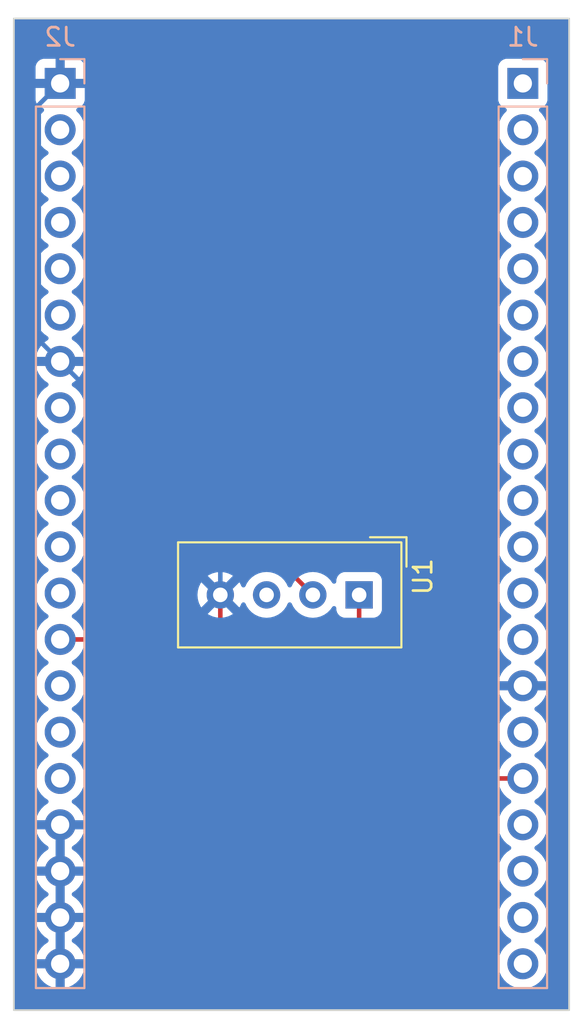
<source format=kicad_pcb>
(kicad_pcb (version 20221018) (generator pcbnew)
  (layers (0 "F.Cu" signal) (31 "B.Cu" signal) (34 "B.Paste" user) (35 "F.Paste" user) (36 "B.SilkS" user "B.Silkscreen") (37 "F.SilkS" user "F.Silkscreen") (38 "B.Mask" user) (39 "F.Mask" user) (44 "Edge.Cuts" user))
  (net 0 "")
  (net 15 "Net-(U1-VCC)")
  (net 30 "Net-(J2-GPIO4)")
  (net 35 "GND")
  (footprint "Sensor:Aosong_DHT11_5.5x12.0_P2.54mm" (layer "F.Cu") (at 143.4125 76.2975 -90)
    (fp_text reference "U1" (at -1 -3.5 90) (layer "F.SilkS"))
    (fp_text value "DHT11")
    (fp_line (start -3.16 -2.6) (end -3.16 -0.6) (stroke (width 0.12)) (layer "F.SilkS"))
    (fp_line (start -3.16 -2.6) (end -1.55 -2.6) (stroke (width 0.12)) (layer "F.SilkS"))
    (fp_line (start -2.88 9.94) (end -2.88 -2.31) (stroke (width 0.12)) (layer "F.SilkS"))
    (fp_line (start -2.87 -2.32) (end 2.87 -2.32) (stroke (width 0.12)) (layer "F.SilkS"))
    (fp_line (start 2.88 -2.32) (end 2.88 9.94) (stroke (width 0.12)) (layer "F.SilkS"))
    (fp_line (start 2.88 9.94) (end -2.88 9.94) (stroke (width 0.12)) (layer "F.SilkS"))
    (pad "1" thru_hole rect (at 0 0 270) (size 1.5 1.5) (drill 0.8) (layers "*.Cu" "*.Mask") (net 15 "Net-(U1-VCC)"))
    (pad "2" thru_hole circle (at 0 2.54 270) (size 1.5 1.5) (drill 0.8) (layers "*.Cu" "*.Mask") (net 30 "Net-(J2-GPIO4)"))
    (pad "3" thru_hole circle (at 0 5.08 270) (size 1.5 1.5) (drill 0.8) (layers "*.Cu" "*.Mask"))
    (pad "4" thru_hole circle (at 0 7.62 270) (size 1.5 1.5) (drill 0.8) (layers "*.Cu" "*.Mask") (net 35 "GND"))
  )
  (footprint "Connector_PinHeader_2.54mm:PinHeader_1x20_P2.54mm_Vertical" (layer "B.Cu") (at 152.4 48.26 180)
    (fp_text reference "J1" (at 0 2.54) (layer "B.SilkS") (effects (justify mirror)))
    (fp_text value "Left Header" hide)
    (fp_line (start -1.33 -49.59) (end 1.33 -49.59) (stroke (width 0.12)) (layer "B.SilkS"))
    (fp_line (start -1.33 -1.27) (end -1.33 -49.59) (stroke (width 0.12)) (layer "B.SilkS"))
    (fp_line (start -1.33 -1.27) (end 1.33 -1.27) (stroke (width 0.12)) (layer "B.SilkS"))
    (fp_line (start -1.33 0) (end -1.33 1.33) (stroke (width 0.12)) (layer "B.SilkS"))
    (fp_line (start -1.33 1.33) (end 0 1.33) (stroke (width 0.12)) (layer "B.SilkS"))
    (fp_line (start 1.33 -1.27) (end 1.33 -49.59) (stroke (width 0.12)) (layer "B.SilkS"))
    (pad "1" thru_hole rect (at 0 0 180) (size 1.7 1.7) (drill 1) (layers "*.Cu" "*.Mask"))
    (pad "2" thru_hole oval (at 0 -2.54 180) (size 1.7 1.7) (drill 1) (layers "*.Cu" "*.Mask"))
    (pad "3" thru_hole oval (at 0 -5.08 180) (size 1.7 1.7) (drill 1) (layers "*.Cu" "*.Mask"))
    (pad "4" thru_hole oval (at 0 -7.62 180) (size 1.7 1.7) (drill 1) (layers "*.Cu" "*.Mask"))
    (pad "5" thru_hole oval (at 0 -10.16 180) (size 1.7 1.7) (drill 1) (layers "*.Cu" "*.Mask"))
    (pad "6" thru_hole oval (at 0 -12.7 180) (size 1.7 1.7) (drill 1) (layers "*.Cu" "*.Mask"))
    (pad "7" thru_hole oval (at 0 -15.24 180) (size 1.7 1.7) (drill 1) (layers "*.Cu" "*.Mask"))
    (pad "8" thru_hole oval (at 0 -17.78 180) (size 1.7 1.7) (drill 1) (layers "*.Cu" "*.Mask"))
    (pad "9" thru_hole oval (at 0 -20.32 180) (size 1.7 1.7) (drill 1) (layers "*.Cu" "*.Mask"))
    (pad "10" thru_hole oval (at 0 -22.86 180) (size 1.7 1.7) (drill 1) (layers "*.Cu" "*.Mask"))
    (pad "11" thru_hole oval (at 0 -25.4 180) (size 1.7 1.7) (drill 1) (layers "*.Cu" "*.Mask"))
    (pad "12" thru_hole oval (at 0 -27.94 180) (size 1.7 1.7) (drill 1) (layers "*.Cu" "*.Mask"))
    (pad "13" thru_hole oval (at 0 -30.48 180) (size 1.7 1.7) (drill 1) (layers "*.Cu" "*.Mask"))
    (pad "14" thru_hole oval (at 0 -33.02 180) (size 1.7 1.7) (drill 1) (layers "*.Cu" "*.Mask") (net 35 "GND"))
    (pad "15" thru_hole oval (at 0 -35.56 180) (size 1.7 1.7) (drill 1) (layers "*.Cu" "*.Mask"))
    (pad "16" thru_hole oval (at 0 -38.1 180) (size 1.7 1.7) (drill 1) (layers "*.Cu" "*.Mask") (net 15 "Net-(U1-VCC)"))
    (pad "17" thru_hole oval (at 0 -40.64 180) (size 1.7 1.7) (drill 1) (layers "*.Cu" "*.Mask"))
    (pad "18" thru_hole oval (at 0 -43.18 180) (size 1.7 1.7) (drill 1) (layers "*.Cu" "*.Mask"))
    (pad "19" thru_hole oval (at 0 -45.72 180) (size 1.7 1.7) (drill 1) (layers "*.Cu" "*.Mask"))
    (pad "20" thru_hole oval (at 0 -48.26 180) (size 1.7 1.7) (drill 1) (layers "*.Cu" "*.Mask"))
  )
  (footprint "Connector_PinHeader_2.54mm:PinHeader_1x20_P2.54mm_Vertical" (layer "B.Cu") (at 127 48.26 180)
    (fp_text reference "J2" (at 0 2.54) (layer "B.SilkS") (effects (justify mirror)))
    (fp_text value "Right Header" hide)
    (fp_line (start -1.33 -49.59) (end 1.33 -49.59) (stroke (width 0.12)) (layer "B.SilkS"))
    (fp_line (start -1.33 -1.27) (end -1.33 -49.59) (stroke (width 0.12)) (layer "B.SilkS"))
    (fp_line (start -1.33 -1.27) (end 1.33 -1.27) (stroke (width 0.12)) (layer "B.SilkS"))
    (fp_line (start -1.33 0) (end -1.33 1.33) (stroke (width 0.12)) (layer "B.SilkS"))
    (fp_line (start -1.33 1.33) (end 0 1.33) (stroke (width 0.12)) (layer "B.SilkS"))
    (fp_line (start 1.33 -1.27) (end 1.33 -49.59) (stroke (width 0.12)) (layer "B.SilkS"))
    (pad "1" thru_hole rect (at 0 0 180) (size 1.7 1.7) (drill 1) (layers "*.Cu" "*.Mask") (net 35 "GND"))
    (pad "2" thru_hole oval (at 0 -2.54 180) (size 1.7 1.7) (drill 1) (layers "*.Cu" "*.Mask"))
    (pad "3" thru_hole oval (at 0 -5.08 180) (size 1.7 1.7) (drill 1) (layers "*.Cu" "*.Mask"))
    (pad "4" thru_hole oval (at 0 -7.62 180) (size 1.7 1.7) (drill 1) (layers "*.Cu" "*.Mask"))
    (pad "5" thru_hole oval (at 0 -10.16 180) (size 1.7 1.7) (drill 1) (layers "*.Cu" "*.Mask"))
    (pad "6" thru_hole oval (at 0 -12.7 180) (size 1.7 1.7) (drill 1) (layers "*.Cu" "*.Mask"))
    (pad "7" thru_hole oval (at 0 -15.24 180) (size 1.7 1.7) (drill 1) (layers "*.Cu" "*.Mask") (net 35 "GND"))
    (pad "8" thru_hole oval (at 0 -17.78 180) (size 1.7 1.7) (drill 1) (layers "*.Cu" "*.Mask"))
    (pad "9" thru_hole oval (at 0 -20.32 180) (size 1.7 1.7) (drill 1) (layers "*.Cu" "*.Mask"))
    (pad "10" thru_hole oval (at 0 -22.86 180) (size 1.7 1.7) (drill 1) (layers "*.Cu" "*.Mask"))
    (pad "11" thru_hole oval (at 0 -25.4 180) (size 1.7 1.7) (drill 1) (layers "*.Cu" "*.Mask"))
    (pad "12" thru_hole oval (at 0 -27.94 180) (size 1.7 1.7) (drill 1) (layers "*.Cu" "*.Mask"))
    (pad "13" thru_hole oval (at 0 -30.48 180) (size 1.7 1.7) (drill 1) (layers "*.Cu" "*.Mask") (net 30 "Net-(J2-GPIO4)"))
    (pad "14" thru_hole oval (at 0 -33.02 180) (size 1.7 1.7) (drill 1) (layers "*.Cu" "*.Mask"))
    (pad "15" thru_hole oval (at 0 -35.56 180) (size 1.7 1.7) (drill 1) (layers "*.Cu" "*.Mask"))
    (pad "16" thru_hole oval (at 0 -38.1 180) (size 1.7 1.7) (drill 1) (layers "*.Cu" "*.Mask"))
    (pad "17" thru_hole oval (at 0 -40.64 180) (size 1.7 1.7) (drill 1) (layers "*.Cu" "*.Mask") (net 35 "GND"))
    (pad "18" thru_hole oval (at 0 -43.18 180) (size 1.7 1.7) (drill 1) (layers "*.Cu" "*.Mask") (net 35 "GND"))
    (pad "19" thru_hole oval (at 0 -45.72 180) (size 1.7 1.7) (drill 1) (layers "*.Cu" "*.Mask") (net 35 "GND"))
    (pad "20" thru_hole oval (at 0 -48.26 180) (size 1.7 1.7) (drill 1) (layers "*.Cu" "*.Mask") (net 35 "GND"))
  )
  (gr_rect (start 124.46 44.704) (end 154.94 99.06) (stroke (width 0.1)) (fill none) (layer "Edge.Cuts"))
  (segment (start 143.4125 76.2975) (end 143.4125 84.9925) (width 0.25) (layer "F.Cu") (net 15))
  (segment (start 143.4125 84.9925) (end 144.78 86.36) (width 0.25) (layer "F.Cu") (net 15))
  (segment (start 144.78 86.36) (end 152.4 86.36) (width 0.25) (layer "F.Cu") (net 15))
  (segment (start 129.54 71.12) (end 129.54 78.74) (width 0.25) (layer "F.Cu") (net 30))
  (segment (start 139.7 71.12) (end 129.54 71.12) (width 0.25) (layer "F.Cu") (net 30))
  (segment (start 129.54 78.74) (end 127 78.74) (width 0.25) (layer "F.Cu") (net 30))
  (segment (start 139.7 75.125) (end 139.7 71.12) (width 0.25) (layer "F.Cu") (net 30))
  (segment (start 140.8725 76.2975) (end 139.7 75.125) (width 0.25) (layer "F.Cu") (net 30))
  (segment (start 135.7925 76.2975) (end 135.7925 90.2675) (width 0.25) (layer "F.Cu") (net 35))
  (segment (start 134.62 91.44) (end 127 91.44) (width 0.25) (layer "F.Cu") (net 35))
  (segment (start 135.7925 90.2675) (end 134.62 91.44) (width 0.25) (layer "F.Cu") (net 35))
  (segment (start 147.32 96.52) (end 127 96.52) (width 0.25) (layer "B.Cu") (net 35))
  (segment (start 125.825 49.435) (end 125.825 62.325) (width 0.25) (layer "B.Cu") (net 35))
  (segment (start 127 48.26) (end 125.825 49.435) (width 0.25) (layer "B.Cu") (net 35))
  (segment (start 149.098 81.28) (end 149.098 94.742) (width 0.25) (layer "B.Cu") (net 35))
  (segment (start 127 93.98) (end 127 96.52) (width 0.25) (layer "B.Cu") (net 35))
  (segment (start 125.825 62.325) (end 127 63.5) (width 0.25) (layer "B.Cu") (net 35))
  (segment (start 149.098 94.742) (end 147.32 96.52) (width 0.25) (layer "B.Cu") (net 35))
  (segment (start 152.4 81.28) (end 149.098 81.28) (width 0.25) (layer "B.Cu") (net 35))
  (segment (start 127 63.5) (end 135.7925 72.2925) (width 0.25) (layer "B.Cu") (net 35))
  (segment (start 127 91.44) (end 127 93.98) (width 0.25) (layer "B.Cu") (net 35))
  (segment (start 135.7925 72.2925) (end 135.7925 76.2975) (width 0.25) (layer "B.Cu") (net 35))
  (segment (start 127 91.44) (end 127 88.9) (width 0.25) (layer "B.Cu") (net 35))
  (zone (net 35) (net_name "GND") (layer "B.Cu") (connect_pads (clearance 0.5)) (min_thickness 0.25) (fill yes (thermal_gap 0.5) (thermal_bridge_width 0.5))
    (polygon (pts (xy 155.702 43.688) (xy 155.702 99.822) (xy 123.698 99.822) (xy 123.698 43.688) (xy 124.46 43.688)))
  )
)
</source>
